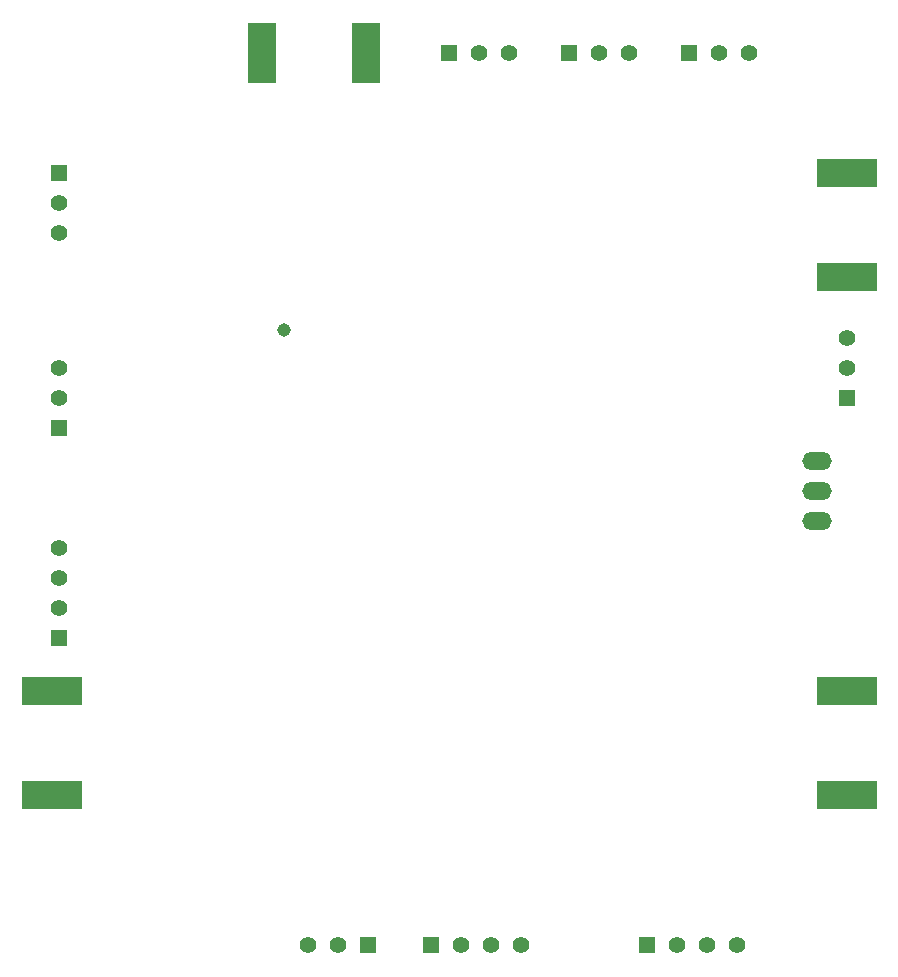
<source format=gbs>
%FSLAX34Y34*%
G04 Gerber Fmt 3.4, Leading zero omitted, Abs format*
G04 (created by PCBNEW (2014-03-19 BZR 4756)-product) date Tue May 27 15:21:17 2014*
%MOIN*%
G01*
G70*
G90*
G04 APERTURE LIST*
%ADD10C,0.005906*%
%ADD11R,0.200787X0.094488*%
%ADD12R,0.094488X0.200787*%
%ADD13R,0.055000X0.055000*%
%ADD14C,0.055000*%
%ADD15C,0.045000*%
%ADD16O,0.098400X0.059100*%
G04 APERTURE END LIST*
G54D10*
G54D11*
X14000Y-38732D03*
X14000Y-35267D03*
G54D12*
X21017Y-14000D03*
X24482Y-14000D03*
G54D11*
X40500Y-38732D03*
X40500Y-35267D03*
X40500Y-21482D03*
X40500Y-18017D03*
G54D13*
X14250Y-18000D03*
G54D14*
X14250Y-19000D03*
X14250Y-20000D03*
G54D13*
X40500Y-25500D03*
G54D14*
X40500Y-24500D03*
X40500Y-23500D03*
G54D13*
X14250Y-26500D03*
G54D14*
X14250Y-25500D03*
X14250Y-24500D03*
G54D15*
X21750Y-23250D03*
G54D13*
X33850Y-43750D03*
G54D14*
X34850Y-43750D03*
X35850Y-43750D03*
X36850Y-43750D03*
G54D13*
X26650Y-43750D03*
G54D14*
X27650Y-43750D03*
X28650Y-43750D03*
X29650Y-43750D03*
G54D13*
X14250Y-33500D03*
G54D14*
X14250Y-32500D03*
X14250Y-31500D03*
X14250Y-30500D03*
G54D13*
X27250Y-14000D03*
G54D14*
X28250Y-14000D03*
X29250Y-14000D03*
G54D13*
X31250Y-14000D03*
G54D14*
X32250Y-14000D03*
X33250Y-14000D03*
G54D13*
X35250Y-14000D03*
G54D14*
X36250Y-14000D03*
X37250Y-14000D03*
G54D13*
X24550Y-43750D03*
G54D14*
X23550Y-43750D03*
X22550Y-43750D03*
G54D16*
X39500Y-28600D03*
X39500Y-27600D03*
X39500Y-29600D03*
M02*

</source>
